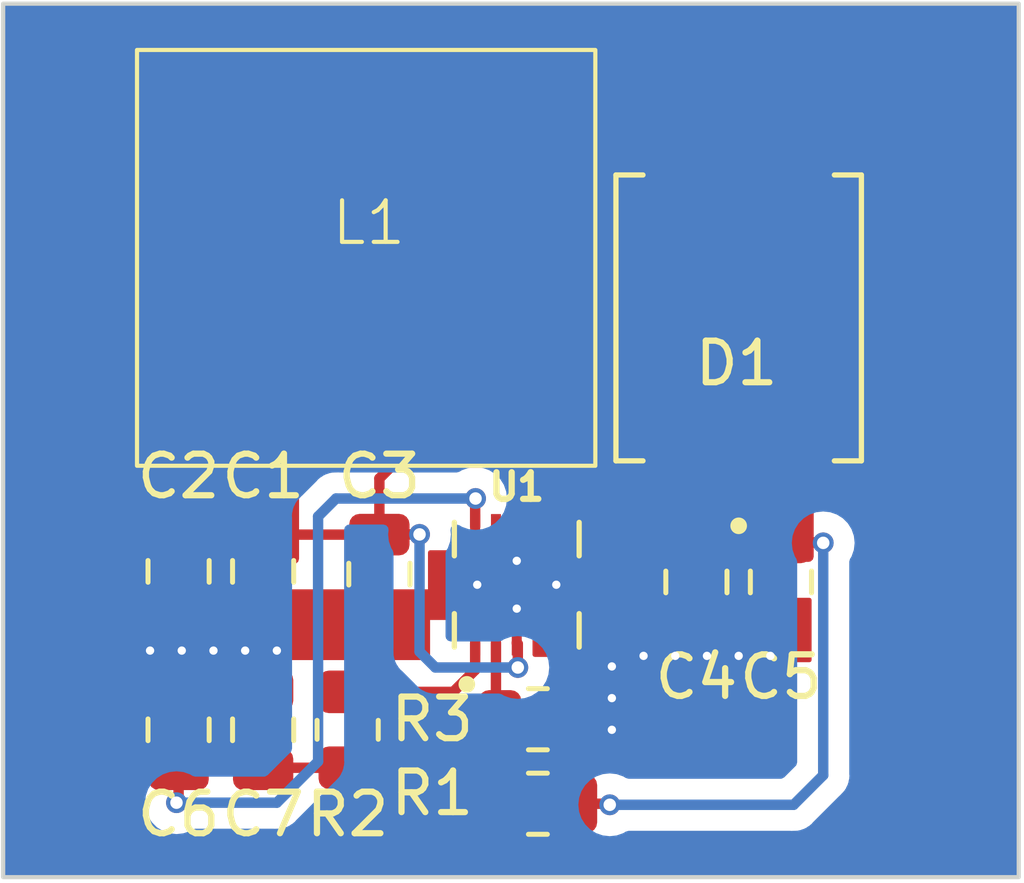
<source format=kicad_pcb>
(kicad_pcb (version 20221018) (generator pcbnew)
  (layers (0 "F.Cu" signal) (31 "B.Cu" signal) (34 "B.Paste" user) (35 "F.Paste" user) (36 "B.SilkS" user "B.Silkscreen") (37 "F.SilkS" user "F.Silkscreen") (38 "B.Mask" user) (39 "F.Mask" user) (44 "Edge.Cuts" user))
  (net 0 "")
  (net 1 "VCC")
  (net 2 "GND")
  (net 3 "+5V")
  (net 4 "Net-(U1-SS)")
  (net 5 "Net-(C7-Pad1)")
  (net 6 "Net-(U1-SW)")
  (net 7 "Net-(U1-FB)")
  (net 8 "Net-(U1-COMP)")
  (footprint "Resistor_SMD:R_0805_2012Metric" (layer "F.Cu") (at 78.486 48.514)
    (fp_text reference "R1" (at -2.54 1.778) (layer "F.SilkS"))
    (fp_text value "18k" hide)
    (fp_line (start -0.227064 -0.735) (end 0.227064 -0.735) (stroke (width 0.12)) (layer "F.SilkS"))
    (fp_line (start -0.227064 0.735) (end 0.227064 0.735) (stroke (width 0.12)) (layer "F.SilkS"))
    (pad "1" smd roundrect (at -0.9125 0) (size 1.025 1.4) (layers "F.Cu" "F.Paste" "F.Mask") (roundrect_rratio 0.243902) (net 7 "Net-(U1-FB)"))
    (pad "2" smd roundrect (at 0.9125 0) (size 1.025 1.4) (layers "F.Cu" "F.Paste" "F.Mask") (roundrect_rratio 0.243902) (net 2 "GND"))
  )
  (footprint "" (layer "F.Cu") (at 71.4502 46.863)
    (fp_text reference "" (at 0 0) (layer "F.SilkS") (effects (font (size 1.27 1.27))))
    (fp_text value "" (at 0 0) (layer "F.SilkS") (effects (font (size 1.27 1.27))))
    (pad "15" thru_hole circle (at 0 0 90) (size 0.3 0.3) (drill 0.2) (layers "*.Cu") (net 2 "GND"))
  )
  (footprint "" (layer "F.Cu") (at 70.6882 46.863)
    (fp_text reference "" (at 0 0) (layer "F.SilkS") (effects (font (size 1.27 1.27))))
    (fp_text value "" (at 0 0) (layer "F.SilkS") (effects (font (size 1.27 1.27))))
    (pad "15" thru_hole circle (at 0 0 90) (size 0.3 0.3) (drill 0.2) (layers "*.Cu") (net 2 "GND"))
  )
  (footprint "SS34:SS34" (layer "F.Cu") (at 83.312 38.862 90)
    (fp_text reference "D1" (at -1.0922 -0.0508 180) (layer "F.SilkS"))
    (fp_text value "SS34")
    (fp_line (start -3.4375 -2.95) (end -3.4375 -2.3) (stroke (width 0.127)) (layer "F.SilkS"))
    (fp_line (start -3.4375 2.95) (end -3.4375 2.3) (stroke (width 0.127)) (layer "F.SilkS"))
    (fp_line (start -3.4375 2.95) (end 3.4375 2.95) (stroke (width 0.127)) (layer "F.SilkS"))
    (fp_line (start 3.4375 -2.95) (end -3.4375 -2.95) (stroke (width 0.127)) (layer "F.SilkS"))
    (fp_line (start 3.4375 -2.3) (end 3.4375 -2.95) (stroke (width 0.127)) (layer "F.SilkS"))
    (fp_line (start 3.4375 2.95) (end 3.4375 2.3) (stroke (width 0.127)) (layer "F.SilkS"))
    (fp_circle (center -5 0) (end -4.9 0) (stroke (width 0.2)) (fill none) (layer "F.SilkS"))
    (pad "A" smd rect (at 3.4 0 90) (size 2 3.6) (layers "F.Cu" "F.Paste" "F.Mask") (net 6 "Net-(U1-SW)"))
    (pad "C" smd rect (at -3.4 0 90) (size 2 3.6) (layers "F.Cu" "F.Paste" "F.Mask") (net 3 "+5V"))
  )
  (footprint "Capacitor_SMD:C_0805_2012Metric" (layer "F.Cu") (at 69.85 48.768 90)
    (fp_text reference "C6" (at -2.032 0 180) (layer "F.SilkS"))
    (fp_text value "100nf" hide)
    (fp_line (start -0.261252 -0.735) (end 0.261252 -0.735) (stroke (width 0.12)) (layer "F.SilkS"))
    (fp_line (start -0.261252 0.735) (end 0.261252 0.735) (stroke (width 0.12)) (layer "F.SilkS"))
    (pad "1" smd roundrect (at -0.95 0 90) (size 1 1.45) (layers "F.Cu" "F.Paste" "F.Mask") (net 4 "Net-(U1-SS)"))
    (pad "2" smd roundrect (at 0.95 0 90) (size 1 1.45) (layers "F.Cu" "F.Paste" "F.Mask") (net 2 "GND"))
  )
  (footprint "Capacitor_SMD:C_0805_2012Metric" (layer "F.Cu") (at 82.296 45.212 -90)
    (fp_text reference "C4" (at 2.286 0 -180) (layer "F.SilkS"))
    (fp_text value "47uf" hide)
    (fp_line (start -0.261252 -0.735) (end 0.261252 -0.735) (stroke (width 0.12)) (layer "F.SilkS"))
    (fp_line (start -0.261252 0.735) (end 0.261252 0.735) (stroke (width 0.12)) (layer "F.SilkS"))
    (pad "1" smd roundrect (at -0.95 0 270) (size 1 1.45) (layers "F.Cu" "F.Paste" "F.Mask") (net 3 "+5V"))
    (pad "2" smd roundrect (at 0.95 0 270) (size 1 1.45) (layers "F.Cu" "F.Paste" "F.Mask") (net 2 "GND"))
  )
  (footprint "Capacitor_SMD:C_0805_2012Metric" (layer "F.Cu") (at 69.85 44.958 -90)
    (fp_text reference "C2" (at -2.286 0 -180) (layer "F.SilkS"))
    (fp_text value "10uf" hide)
    (fp_line (start -0.261252 -0.735) (end 0.261252 -0.735) (stroke (width 0.12)) (layer "F.SilkS"))
    (fp_line (start -0.261252 0.735) (end 0.261252 0.735) (stroke (width 0.12)) (layer "F.SilkS"))
    (pad "1" smd roundrect (at -0.95 0 270) (size 1 1.45) (layers "F.Cu" "F.Paste" "F.Mask") (net 1 "VCC"))
    (pad "2" smd roundrect (at 0.95 0 270) (size 1 1.45) (layers "F.Cu" "F.Paste" "F.Mask") (net 2 "GND"))
  )
  (footprint "" (layer "F.Cu") (at 80.2132 50.5714)
    (fp_text reference "" (at 0 0) (layer "F.SilkS") (effects (font (size 1.27 1.27))))
    (fp_text value "" (at 0 0) (layer "F.SilkS") (effects (font (size 1.27 1.27))))
    (pad "15" thru_hole circle (at 0 0 90) (size 0.5 0.5) (drill 0.3) (layers "*.Cu") (net 3 "+5V"))
  )
  (footprint "Resistor_SMD:R_0805_2012Metric" (layer "F.Cu") (at 78.486 50.546 180)
    (fp_text reference "R3" (at 2.54 2.032) (layer "F.SilkS"))
    (fp_text value "18k" hide)
    (fp_line (start -0.227064 -0.735) (end 0.227064 -0.735) (stroke (width 0.12)) (layer "F.SilkS"))
    (fp_line (start -0.227064 0.735) (end 0.227064 0.735) (stroke (width 0.12)) (layer "F.SilkS"))
    (pad "1" smd roundrect (at -0.9125 0 180) (size 1.025 1.4) (layers "F.Cu" "F.Paste" "F.Mask") (roundrect_rratio 0.243902) (net 3 "+5V"))
    (pad "2" smd roundrect (at 0.9125 0 180) (size 1.025 1.4) (layers "F.Cu" "F.Paste" "F.Mask") (roundrect_rratio 0.243902) (net 7 "Net-(U1-FB)"))
  )
  (footprint "Capacitor_SMD:C_0805_2012Metric" (layer "F.Cu") (at 74.676 45.024 -90)
    (fp_text reference "C3" (at -2.352 0 -180) (layer "F.SilkS"))
    (fp_text value "1uf" hide)
    (fp_line (start -0.261252 -0.735) (end 0.261252 -0.735) (stroke (width 0.12)) (layer "F.SilkS"))
    (fp_line (start -0.261252 0.735) (end 0.261252 0.735) (stroke (width 0.12)) (layer "F.SilkS"))
    (pad "1" smd roundrect (at -0.95 0 270) (size 1 1.45) (layers "F.Cu" "F.Paste" "F.Mask") (net 1 "VCC"))
    (pad "2" smd roundrect (at 0.95 0 270) (size 1 1.45) (layers "F.Cu" "F.Paste" "F.Mask") (net 2 "GND"))
  )
  (footprint "Capacitor_SMD:C_0805_2012Metric" (layer "F.Cu") (at 71.882 48.768 90)
    (fp_text reference "C7" (at -2.032 0 180) (layer "F.SilkS"))
    (fp_text value "100nf" hide)
    (fp_line (start -0.261252 -0.735) (end 0.261252 -0.735) (stroke (width 0.12)) (layer "F.SilkS"))
    (fp_line (start -0.261252 0.735) (end 0.261252 0.735) (stroke (width 0.12)) (layer "F.SilkS"))
    (pad "1" smd roundrect (at -0.95 0 90) (size 1 1.45) (layers "F.Cu" "F.Paste" "F.Mask") (net 5 "Net-(C7-Pad1)"))
    (pad "2" smd roundrect (at 0.95 0 90) (size 1 1.45) (layers "F.Cu" "F.Paste" "F.Mask") (net 2 "GND"))
  )
  (footprint "CDRH104R:CDRH104R" (layer "F.Cu") (at 74.422 37.084)
    (fp_text reference "L1" (at 0 -0.508 unlocked) (layer "F.SilkS") (effects (font (thickness 0.1))))
    (fp_text value "3.3uH")
    (fp_rect (start -5.5715 -4.666) (end 5.4445 5.334) (stroke (width 0.1)) (fill none) (layer "F.SilkS"))
    (pad "1" smd rect (at -4.45 0) (size 1.6 3.2) (layers "F.Cu" "F.Paste" "F.Mask") (net 1 "VCC"))
    (pad "2" smd rect (at 4.45 0) (size 1.6 3.2) (layers "F.Cu" "F.Paste" "F.Mask") (net 6 "Net-(U1-SW)"))
  )
  (footprint "TPS61087DRCT:TPS61087DRCT" (layer "F.Cu") (at 77.978 45.279 90)
    (fp_text reference "U1" (at 2.353 0 180) (layer "F.SilkS") (effects (font (size 0.64 0.64))))
    (fp_text value "TPS61087DRCT" hide)
    (fp_line (start -1.5 -1.5) (end -0.695 -1.5) (stroke (width 0.127)) (layer "F.SilkS"))
    (fp_line (start -1.5 1.5) (end -0.695 1.5) (stroke (width 0.127)) (layer "F.SilkS"))
    (fp_line (start 0.695 -1.5) (end 1.5 -1.5) (stroke (width 0.127)) (layer "F.SilkS"))
    (fp_line (start 0.695 1.5) (end 1.5 1.5) (stroke (width 0.127)) (layer "F.SilkS"))
    (fp_circle (center -2.395 -1.2) (end -2.295 -1.2) (stroke (width 0.2)) (fill none) (layer "F.SilkS"))
    (pad "1" smd roundrect (at -1.4 -1 90) (size 0.6 0.24) (layers "F.Cu" "F.Paste") (roundrect_rratio 0.03) (net 8 "Net-(U1-COMP)"))
    (pad "2" smd roundrect (at -1.4 -0.5 90) (size 0.6 0.24) (layers "F.Cu" "F.Paste") (roundrect_rratio 0.03) (net 7 "Net-(U1-FB)"))
    (pad "3" smd roundrect (at -1.4 0 90) (size 0.6 0.24) (layers "F.Cu" "F.Paste") (roundrect_rratio 0.03) (net 1 "VCC"))
    (pad "4" smd roundrect (at -1.4 0.5 90) (size 0.6 0.24) (layers "F.Cu" "F.Paste") (roundrect_rratio 0.03) (net 2 "GND"))
    (pad "5" smd roundrect (at -1.4 1 90) (size 0.6 0.24) (layers "F.Cu" "F.Paste") (roundrect_rratio 0.03) (net 2 "GND"))
    (pad "6" smd roundrect (at 1.4 1 90) (size 0.6 0.24) (layers "F.Cu" "F.Paste") (roundrect_rratio 0.03) (net 6 "Net-(U1-SW)"))
    (pad "7" smd roundrect (at 1.4 0.5 90) (size 0.6 0.24) (layers "F.Cu" "F.Paste") (roundrect_rratio 0.03) (net 6 "Net-(U1-SW)"))
    (pad "8" smd roundrect (at 1.4 0 90) (size 0.6 0.24) (layers "F.Cu" "F.Paste") (roundrect_rratio 0.03) (net 1 "VCC"))
    (pad "9" smd roundrect (at 1.4 -0.5 90) (size 0.6 0.24) (layers "F.Cu" "F.Paste") (roundrect_rratio 0.03) (net 1 "VCC"))
    (pad "10" smd roundrect (at 1.4 -1 90) (size 0.6 0.24) (layers "F.Cu" "F.Paste") (roundrect_rratio 0.03) (net 4 "Net-(U1-SS)"))
    (pad "11" smd custom (at 0 0 90) (size 1.65 2.4) (layers "F.Cu") (net 2 "GND") (options (clearance outline) (anchor rect)) (primitives (gr_poly (pts (xy -0.825 -1.2) (xy -0.375 -1.2) (xy -0.375 -1.7) (xy -0.125 -1.7) (xy -0.125 -1.2) (xy 0.125 -1.2) (xy 0.125 -1.7) (xy 0.375 -1.7) (xy 0.375 -1.2) (xy 0.825 -1.2) (xy 0.825 1.2) (xy 0.375 1.2) (xy 0.375 1.7) (xy 0.125 1.7) (xy 0.125 1.2) (xy -0.125 1.2) (xy -0.125 1.7) (xy -0.375 1.7) (xy -0.375 1.2) (xy -0.825 1.2)) (width 0.01) (fill yes))))
    (pad "12" thru_hole circle (at 0 0.95 90) (size 0.3 0.3) (drill 0.2) (layers "*.Cu") (net 2 "GND"))
    (pad "13" thru_hole circle (at -0.575 0 90) (size 0.3 0.3) (drill 0.2) (layers "*.Cu") (net 2 "GND"))
    (pad "14" thru_hole circle (at 0.575 0 90) (size 0.3 0.3) (drill 0.2) (layers "*.Cu") (net 2 "GND"))
    (pad "15" thru_hole circle (at 0 -0.95 90) (size 0.3 0.3) (drill 0.2) (layers "*.Cu") (net 2 "GND"))
  )
  (footprint "" (layer "F.Cu") (at 78.0034 47.2694)
    (fp_text reference "" (at 0 0) (layer "F.SilkS") (effects (font (size 1.27 1.27))))
    (fp_text value "" (at 0 0) (layer "F.SilkS") (effects (font (size 1.27 1.27))))
    (pad "15" thru_hole circle (at 0 0 90) (size 0.5 0.5) (drill 0.3) (layers "*.Cu") (net 1 "VCC"))
  )
  (footprint "" (layer "F.Cu") (at 69.9262 46.863)
    (fp_text reference "" (at 0 0) (layer "F.SilkS") (effects (font (size 1.27 1.27))))
    (fp_text value "" (at 0 0) (layer "F.SilkS") (effects (font (size 1.27 1.27))))
    (pad "15" thru_hole circle (at 0 0 90) (size 0.3 0.3) (drill 0.2) (layers "*.Cu") (net 2 "GND"))
  )
  (footprint "Capacitor_SMD:C_0805_2012Metric" (layer "F.Cu") (at 71.882 44.958 -90)
    (fp_text reference "C1" (at -2.286 0 -180) (layer "F.SilkS"))
    (fp_text value "10uf" hide)
    (fp_line (start -0.261252 -0.735) (end 0.261252 -0.735) (stroke (width 0.12)) (layer "F.SilkS"))
    (fp_line (start -0.261252 0.735) (end 0.261252 0.735) (stroke (width 0.12)) (layer "F.SilkS"))
    (pad "1" smd roundrect (at -0.95 0 270) (size 1 1.45) (layers "F.Cu" "F.Paste" "F.Mask") (net 1 "VCC"))
    (pad "2" smd roundrect (at 0.95 0 270) (size 1 1.45) (layers "F.Cu" "F.Paste" "F.Mask") (net 2 "GND"))
  )
  (footprint "" (layer "F.Cu") (at 76.9874 43.2054)
    (fp_text reference "" (at 0 0) (layer "F.SilkS") (effects (font (size 1.27 1.27))))
    (fp_text value "" (at 0 0) (layer "F.SilkS") (effects (font (size 1.27 1.27))))
    (pad "15" thru_hole circle (at 0 0 90) (size 0.5 0.5) (drill 0.3) (layers "*.Cu") (net 4 "Net-(U1-SS)"))
  )
  (footprint "" (layer "F.Cu") (at 75.6412 44.069)
    (fp_text reference "" (at 0 0) (layer "F.SilkS") (effects (font (size 1.27 1.27))))
    (fp_text value "" (at 0 0) (layer "F.SilkS") (effects (font (size 1.27 1.27))))
    (pad "15" thru_hole circle (at 0 0 90) (size 0.5 0.5) (drill 0.3) (layers "*.Cu") (net 1 "VCC"))
  )
  (footprint "" (layer "F.Cu") (at 80.264 47.244)
    (fp_text reference "" (at 0 0) (layer "F.SilkS") (effects (font (size 1.27 1.27))))
    (fp_text value "" (at 0 0) (layer "F.SilkS") (effects (font (size 1.27 1.27))))
    (pad "15" thru_hole circle (at 0 0 90) (size 0.3 0.3) (drill 0.2) (layers "*.Cu") (net 2 "GND"))
  )
  (footprint "" (layer "F.Cu") (at 81.026 46.99)
    (fp_text reference "" (at 0 0) (layer "F.SilkS") (effects (font (size 1.27 1.27))))
    (fp_text value "" (at 0 0) (layer "F.SilkS") (effects (font (size 1.27 1.27))))
    (pad "15" thru_hole circle (at 0 0 90) (size 0.3 0.3) (drill 0.2) (layers "*.Cu") (net 2 "GND"))
  )
  (footprint "" (layer "F.Cu") (at 83.312 46.99)
    (fp_text reference "" (at 0 0) (layer "F.SilkS") (effects (font (size 1.27 1.27))))
    (fp_text value "" (at 0 0) (layer "F.SilkS") (effects (font (size 1.27 1.27))))
    (pad "15" thru_hole circle (at 0 0 90) (size 0.3 0.3) (drill 0.2) (layers "*.Cu") (net 2 "GND"))
  )
  (footprint "" (layer "F.Cu") (at 72.2122 46.863)
    (fp_text reference "" (at 0 0) (layer "F.SilkS") (effects (font (size 1.27 1.27))))
    (fp_text value "" (at 0 0) (layer "F.SilkS") (effects (font (size 1.27 1.27))))
    (pad "15" thru_hole circle (at 0 0 90) (size 0.3 0.3) (drill 0.2) (layers "*.Cu") (net 2 "GND"))
  )
  (footprint "" (layer "F.Cu") (at 69.1642 46.863)
    (fp_text reference "" (at 0 0) (layer "F.SilkS") (effects (font (size 1.27 1.27))))
    (fp_text value "" (at 0 0) (layer "F.SilkS") (effects (font (size 1.27 1.27))))
    (pad "15" thru_hole circle (at 0 0 90) (size 0.3 0.3) (drill 0.2) (layers "*.Cu") (net 2 "GND"))
  )
  (footprint "Resistor_SMD:R_0805_2012Metric" (layer "F.Cu") (at 73.914 48.768 -90)
    (fp_text reference "R2" (at 2.032 0 -180) (layer "F.SilkS"))
    (fp_text value "18k" hide)
    (fp_line (start -0.227064 -0.735) (end 0.227064 -0.735) (stroke (width 0.12)) (layer "F.SilkS"))
    (fp_line (start -0.227064 0.735) (end 0.227064 0.735) (stroke (width 0.12)) (layer "F.SilkS"))
    (pad "1" smd roundrect (at -0.9125 0 270) (size 1.025 1.4) (layers "F.Cu" "F.Paste" "F.Mask") (roundrect_rratio 0.243902) (net 8 "Net-(U1-COMP)"))
    (pad "2" smd roundrect (at 0.9125 0 270) (size 1.025 1.4) (layers "F.Cu" "F.Paste" "F.Mask") (roundrect_rratio 0.243902) (net 5 "Net-(C7-Pad1)"))
  )
  (footprint "" (layer "F.Cu") (at 80.264 48.768)
    (fp_text reference "" (at 0 0) (layer "F.SilkS") (effects (font (size 1.27 1.27))))
    (fp_text value "" (at 0 0) (layer "F.SilkS") (effects (font (size 1.27 1.27))))
    (pad "15" thru_hole circle (at 0 0 90) (size 0.3 0.3) (drill 0.2) (layers "*.Cu") (net 2 "GND"))
  )
  (footprint "" (layer "F.Cu") (at 69.7992 50.5206)
    (fp_text reference "" (at 0 0) (layer "F.SilkS") (effects (font (size 1.27 1.27))))
    (fp_text value "" (at 0 0) (layer "F.SilkS") (effects (font (size 1.27 1.27))))
    (pad "15" thru_hole circle (at 0 0 90) (size 0.5 0.5) (drill 0.3) (layers "*.Cu") (net 4 "Net-(U1-SS)"))
  )
  (footprint "" (layer "F.Cu") (at 81.788 46.99)
    (fp_text reference "" (at 0 0) (layer "F.SilkS") (effects (font (size 1.27 1.27))))
    (fp_text value "" (at 0 0) (layer "F.SilkS") (effects (font (size 1.27 1.27))))
    (pad "15" thru_hole circle (at 0 0 90) (size 0.3 0.3) (drill 0.2) (layers "*.Cu") (net 2 "GND"))
  )
  (footprint "" (layer "F.Cu") (at 82.55 46.99)
    (fp_text reference "" (at 0 0) (layer "F.SilkS") (effects (font (size 1.27 1.27))))
    (fp_text value "" (at 0 0) (layer "F.SilkS") (effects (font (size 1.27 1.27))))
    (pad "15" thru_hole circle (at 0 0 90) (size 0.3 0.3) (drill 0.2) (layers "*.Cu") (net 2 "GND"))
  )
  (footprint "" (layer "F.Cu") (at 84.074 46.99)
    (fp_text reference "" (at 0 0) (layer "F.SilkS") (effects (font (size 1.27 1.27))))
    (fp_text value "" (at 0 0) (layer "F.SilkS") (effects (font (size 1.27 1.27))))
    (pad "15" thru_hole circle (at 0 0 90) (size 0.3 0.3) (drill 0.2) (layers "*.Cu") (net 2 "GND"))
  )
  (footprint "" (layer "F.Cu") (at 85.344 44.2722)
    (fp_text reference "" (at 0 0) (layer "F.SilkS") (effects (font (size 1.27 1.27))))
    (fp_text value "" (at 0 0) (layer "F.SilkS") (effects (font (size 1.27 1.27))))
    (pad "15" thru_hole circle (at 0 0 90) (size 0.5 0.5) (drill 0.3) (layers "*.Cu") (net 3 "+5V"))
  )
  (footprint "Capacitor_SMD:C_0805_2012Metric" (layer "F.Cu") (at 84.328 45.212 -90)
    (fp_text reference "C5" (at 2.286 0 -180) (layer "F.SilkS"))
    (fp_text value "47uf" hide)
    (fp_line (start -0.261252 -0.735) (end 0.261252 -0.735) (stroke (width 0.12)) (layer "F.SilkS"))
    (fp_line (start -0.261252 0.735) (end 0.261252 0.735) (stroke (width 0.12)) (layer "F.SilkS"))
    (pad "1" smd roundrect (at -0.95 0 270) (size 1 1.45) (layers "F.Cu" "F.Paste" "F.Mask") (net 3 "+5V"))
    (pad "2" smd roundrect (at 0.95 0 270) (size 1 1.45) (layers "F.Cu" "F.Paste" "F.Mask") (net 2 "GND"))
  )
  (footprint "" (layer "F.Cu") (at 80.264 48.006)
    (fp_text reference "" (at 0 0) (layer "F.SilkS") (effects (font (size 1.27 1.27))))
    (fp_text value "" (at 0 0) (layer "F.SilkS") (effects (font (size 1.27 1.27))))
    (pad "15" thru_hole circle (at 0 0 90) (size 0.3 0.3) (drill 0.2) (layers "*.Cu") (net 2 "GND"))
  )
  (gr_rect (start 65.6336 31.3055) (end 90.043 52.3113) (stroke (width 0.1)) (fill none) (layer "Edge.Cuts"))
  (segment (start 74.676 44.074) (end 71.948 44.074) (width 0.25) (layer "F.Cu") (net 1))
  (segment (start 77.478 43.879) (end 77.978 43.879) (width 0.25) (layer "F.Cu") (net 1))
  (segment (start 71.948 44.074) (end 71.882 44.008) (width 0.25) (layer "F.Cu") (net 1))
  (segment (start 74.681 44.069) (end 74.676 44.074) (width 0.25) (layer "F.Cu") (net 1))
  (segment (start 77.597 42.3418) (end 75.057 42.3418) (width 0.25) (layer "F.Cu") (net 1))
  (segment (start 77.978 42.7228) (end 77.597 42.3418) (width 0.25) (layer "F.Cu") (net 1))
  (segment (start 74.676 42.7228) (end 74.676 44.074) (width 0.25) (layer "F.Cu") (net 1))
  (segment (start 75.057 42.3418) (end 74.676 42.7228) (width 0.25) (layer "F.Cu") (net 1))
  (segment (start 78.0034 47.2694) (end 78.0034 46.7044) (width 0.25) (layer "F.Cu") (net 1))
  (segment (start 77.978 43.879) (end 77.978 42.7228) (width 0.25) (layer "F.Cu") (net 1))
  (segment (start 75.6412 44.069) (end 74.681 44.069) (width 0.25) (layer "F.Cu") (net 1))
  (segment (start 78.0034 46.7044) (end 77.978 46.679) (width 0.25) (layer "F.Cu") (net 1))
  (segment (start 75.6412 46.8884) (end 75.6412 44.069) (width 0.25) (layer "B.Cu") (net 1))
  (segment (start 78.0034 47.2694) (end 76.0222 47.2694) (width 0.25) (layer "B.Cu") (net 1))
  (segment (start 76.0222 47.2694) (end 75.6412 46.8884) (width 0.25) (layer "B.Cu") (net 1))
  (segment (start 85.3338 44.262) (end 85.344 44.2722) (width 0.25) (layer "F.Cu") (net 3))
  (segment (start 80.1878 50.546) (end 80.2132 50.5714) (width 0.25) (layer "F.Cu") (net 3))
  (segment (start 79.3985 50.546) (end 80.1878 50.546) (width 0.25) (layer "F.Cu") (net 3))
  (segment (start 84.328 44.262) (end 85.3338 44.262) (width 0.25) (layer "F.Cu") (net 3))
  (segment (start 85.344 44.2722) (end 85.344 49.8602) (width 0.25) (layer "B.Cu") (net 3))
  (segment (start 84.6328 50.5714) (end 80.2132 50.5714) (width 0.25) (layer "B.Cu") (net 3))
  (segment (start 85.344 49.8602) (end 84.6328 50.5714) (width 0.25) (layer "B.Cu") (net 3))
  (segment (start 69.85 49.718) (end 69.85 50.4698) (width 0.25) (layer "F.Cu") (net 4))
  (segment (start 69.7992 50.418) (end 69.85 50.418) (width 0) (layer "F.Cu") (net 4))
  (segment (start 69.7992 50.5206) (end 69.7992 50.418) (width 0) (layer "F.Cu") (net 4))
  (segment (start 69.85 50.4698) (end 69.7992 50.5206) (width 0.25) (layer "F.Cu") (net 4))
  (segment (start 76.978 43.879) (end 76.978 43.2148) (width 0.25) (layer "F.Cu") (net 4))
  (segment (start 76.978 43.2148) (end 76.9874 43.2054) (width 0.25) (layer "F.Cu") (net 4))
  (segment (start 73.2028 43.6372) (end 73.6346 43.2054) (width 0.25) (layer "B.Cu") (net 4))
  (segment (start 73.2028 49.53) (end 73.2028 43.6372) (width 0.25) (layer "B.Cu") (net 4))
  (segment (start 72.2122 50.5206) (end 73.2028 49.53) (width 0.25) (layer "B.Cu") (net 4))
  (segment (start 73.6346 43.2054) (end 76.9874 43.2054) (width 0.25) (layer "B.Cu") (net 4))
  (segment (start 69.7992 50.5206) (end 72.2122 50.5206) (width 0.25) (layer "B.Cu") (net 4))
  (segment (start 71.9195 49.6805) (end 71.882 49.718) (width 0.25) (layer "F.Cu") (net 5))
  (segment (start 73.914 49.6805) (end 71.9195 49.6805) (width 0.25) (layer "F.Cu") (net 5))
  (segment (start 77.5735 50.546) (end 77.5735 48.514) (width 0.25) (layer "F.Cu") (net 7))
  (segment (start 77.478 46.679) (end 77.478 48.4185) (width 0.25) (layer "F.Cu") (net 7))
  (segment (start 77.478 48.4185) (end 77.5735 48.514) (width 0.25) (layer "F.Cu") (net 7))
  (segment (start 76.4521 47.8555) (end 73.914 47.8555) (width 0.25) (layer "F.Cu") (net 8))
  (segment (start 76.978 46.679) (end 76.978 47.3296) (width 0.25) (layer "F.Cu") (net 8))
  (segment (start 76.978 47.3296) (end 76.4521 47.8555) (width 0.25) (layer "F.Cu") (net 8))
  (zone (net 2) (net_name "GND") (layer "F.Cu") (priority 1) (connect_pads yes (clearance 0.1)) (min_thickness 0.1) (fill yes (thermal_gap 0.1) (thermal_bridge_width 0.1))
    (polygon (pts (xy 68.8848 45.3898) (xy 75.8444 45.3898) (xy 75.8444 44.45) (xy 81.0768 44.45) (xy 81.0768 45.593) (xy 85.0646 45.593) (xy 85.0646 47.1424) (xy 80.4926 47.1424) (xy 80.4672 47.1678) (xy 80.4672 49.2252) (xy 78.867 49.2252) (xy 78.867 47.0154) (xy 78.359 47.0154) (xy 78.359 46.1264) (xy 75.8952 46.1264) (xy 75.8952 47.0916) (xy 68.8848 47.0916)))
  )
  (zone (net 6) (net_name "Net-(U1-SW)") (layer "F.Cu") (priority 4) (connect_pads yes (clearance 0.25)) (min_thickness 0.25) (fill yes (thermal_gap 0.5) (thermal_bridge_width 0.25))
    (polygon (pts (xy 77.8764 38.8874) (xy 77.8764 34.1884) (xy 85.1916 34.1884) (xy 85.2678 34.2646) (xy 85.2678 38.8874) (xy 85.2678 38.8874)))
  )
  (zone (net 6) (net_name "Net-(U1-SW)") (layer "F.Cu") (priority 5) (connect_pads yes (clearance 0.25)) (min_thickness 0.25) (fill yes (thermal_gap 0.5) (thermal_bridge_width 0.25))
    (polygon (pts (xy 79.6036 44.196) (xy 79.6036 35.433) (xy 77.8256 35.433) (xy 77.8002 35.4584) (xy 77.8002 42.2402) (xy 78.359 42.8244) (xy 78.359 44.196)))
  )
  (zone (net 3) (net_name "+5V") (layer "F.Cu") (priority 2) (connect_pads yes (clearance 0.25)) (min_thickness 0.25) (fill yes (thermal_gap 0.5) (thermal_bridge_width 0.25))
    (polygon (pts (xy 81.5086 44.7294) (xy 81.5086 41.2496) (xy 81.534 41.2242) (xy 85.1154 41.2242) (xy 85.1154 44.7294)))
  )
  (zone (net 1) (net_name "VCC") (layer "F.Cu") (priority 3) (connect_pads yes (clearance 0.25)) (min_thickness 0.25) (fill yes (thermal_gap 0.5) (thermal_bridge_width 0.25))
    (polygon (pts (xy 72.7456 35.3822) (xy 72.7456 43.2562) (xy 70.8914 43.2562) (xy 70.8914 43.2562) (xy 72.7456 43.2562) (xy 72.7456 44.7802) (xy 68.834 44.7802) (xy 68.834 35.3822) (xy 69.1388 35.3822)))
  )
  (zone (net 2) (net_name "GND") (layer "B.Cu") (connect_pads yes (clearance 0.5)) (min_thickness 0.25) (fill yes (thermal_gap 0.5) (thermal_bridge_width 0.5))
    (polygon (pts (xy 65.5574 31.2166) (xy 90.17 31.2166) (xy 90.1192 52.451) (xy 65.6082 52.451)))
  )
)
</source>
